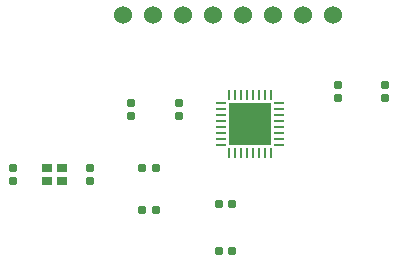
<source format=gbr>
%TF.GenerationSoftware,KiCad,Pcbnew,8.0.1*%
%TF.CreationDate,2024-07-06T23:02:20-04:00*%
%TF.ProjectId,ST25R3911B,53543235-5233-4393-9131-422e6b696361,rev?*%
%TF.SameCoordinates,Original*%
%TF.FileFunction,Soldermask,Top*%
%TF.FilePolarity,Negative*%
%FSLAX46Y46*%
G04 Gerber Fmt 4.6, Leading zero omitted, Abs format (unit mm)*
G04 Created by KiCad (PCBNEW 8.0.1) date 2024-07-06 23:02:20*
%MOMM*%
%LPD*%
G01*
G04 APERTURE LIST*
G04 Aperture macros list*
%AMRoundRect*
0 Rectangle with rounded corners*
0 $1 Rounding radius*
0 $2 $3 $4 $5 $6 $7 $8 $9 X,Y pos of 4 corners*
0 Add a 4 corners polygon primitive as box body*
4,1,4,$2,$3,$4,$5,$6,$7,$8,$9,$2,$3,0*
0 Add four circle primitives for the rounded corners*
1,1,$1+$1,$2,$3*
1,1,$1+$1,$4,$5*
1,1,$1+$1,$6,$7*
1,1,$1+$1,$8,$9*
0 Add four rect primitives between the rounded corners*
20,1,$1+$1,$2,$3,$4,$5,0*
20,1,$1+$1,$4,$5,$6,$7,0*
20,1,$1+$1,$6,$7,$8,$9,0*
20,1,$1+$1,$8,$9,$2,$3,0*%
G04 Aperture macros list end*
%ADD10RoundRect,0.155000X-0.155000X0.212500X-0.155000X-0.212500X0.155000X-0.212500X0.155000X0.212500X0*%
%ADD11R,0.838200X0.762000*%
%ADD12RoundRect,0.155000X0.155000X-0.212500X0.155000X0.212500X-0.155000X0.212500X-0.155000X-0.212500X0*%
%ADD13RoundRect,0.062500X-0.337500X-0.062500X0.337500X-0.062500X0.337500X0.062500X-0.337500X0.062500X0*%
%ADD14RoundRect,0.062500X-0.062500X-0.337500X0.062500X-0.337500X0.062500X0.337500X-0.062500X0.337500X0*%
%ADD15R,3.600000X3.600000*%
%ADD16RoundRect,0.155000X-0.212500X-0.155000X0.212500X-0.155000X0.212500X0.155000X-0.212500X0.155000X0*%
%ADD17C,1.524000*%
G04 APERTURE END LIST*
D10*
%TO.C,C312*%
X155500000Y-108932500D03*
X155500000Y-110067500D03*
%TD*%
D11*
%TO.C,U2*%
X132175000Y-115975000D03*
X130825000Y-115975000D03*
X130825000Y-117025000D03*
X132175000Y-117025000D03*
%TD*%
D12*
%TO.C,C311*%
X142000000Y-111567500D03*
X142000000Y-110432500D03*
%TD*%
D13*
%TO.C,U1*%
X145600000Y-110500000D03*
X145600000Y-111000000D03*
X145600000Y-111500000D03*
X145600000Y-112000000D03*
X145600000Y-112500000D03*
X145600000Y-113000000D03*
X145600000Y-113500000D03*
X145600000Y-114000000D03*
D14*
X146300000Y-114700000D03*
X146800000Y-114700000D03*
X147300000Y-114700000D03*
X147800000Y-114700000D03*
X148300000Y-114700000D03*
X148800000Y-114700000D03*
X149300000Y-114700000D03*
X149800000Y-114700000D03*
D13*
X150500000Y-114000000D03*
X150500000Y-113500000D03*
X150500000Y-113000000D03*
X150500000Y-112500000D03*
X150500000Y-112000000D03*
X150500000Y-111500000D03*
X150500000Y-111000000D03*
X150500000Y-110500000D03*
D14*
X149800000Y-109800000D03*
X149300000Y-109800000D03*
X148800000Y-109800000D03*
X148300000Y-109800000D03*
X147800000Y-109800000D03*
X147300000Y-109800000D03*
X146800000Y-109800000D03*
X146300000Y-109800000D03*
D15*
X148050000Y-112250000D03*
%TD*%
D12*
%TO.C,C315*%
X138000000Y-111567500D03*
X138000000Y-110432500D03*
%TD*%
D16*
%TO.C,C309*%
X138932500Y-119500000D03*
X140067500Y-119500000D03*
%TD*%
%TO.C,C310*%
X145432500Y-119000000D03*
X146567500Y-119000000D03*
%TD*%
D10*
%TO.C,C316*%
X159500000Y-108932500D03*
X159500000Y-110067500D03*
%TD*%
D16*
%TO.C,C314*%
X145432500Y-123000000D03*
X146567500Y-123000000D03*
%TD*%
%TO.C,C313*%
X138932500Y-116000000D03*
X140067500Y-116000000D03*
%TD*%
D10*
%TO.C,C307*%
X134500000Y-115932500D03*
X134500000Y-117067500D03*
%TD*%
D17*
%TO.C,J1*%
X137340000Y-103000000D03*
X139880000Y-103000000D03*
X142420000Y-103000000D03*
X144960000Y-103000000D03*
X147500000Y-103000000D03*
X150040000Y-103000000D03*
X152580000Y-103000000D03*
X155120000Y-103000000D03*
%TD*%
D12*
%TO.C,C308*%
X128000000Y-117067500D03*
X128000000Y-115932500D03*
%TD*%
M02*

</source>
